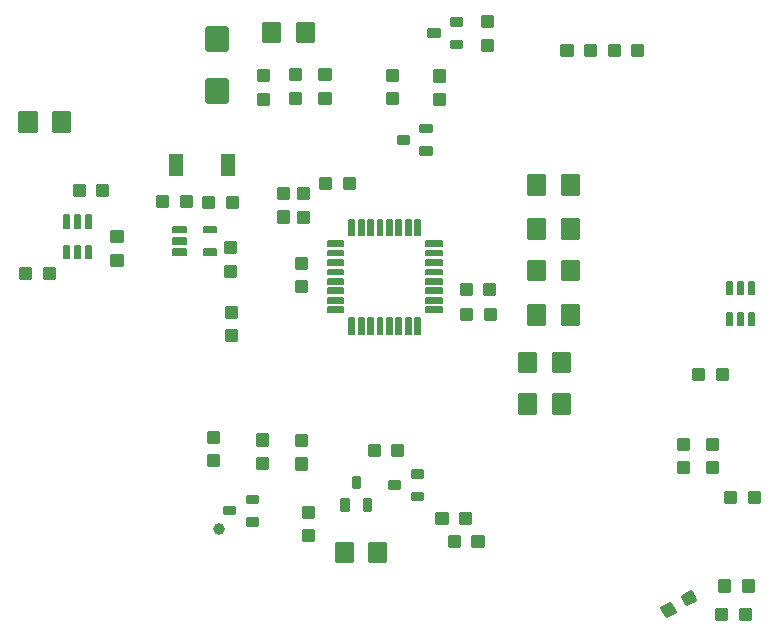
<source format=gbr>
G04 EAGLE Gerber RS-274X export*
G75*
%MOMM*%
%FSLAX34Y34*%
%LPD*%
%INSolderpaste Top*%
%IPPOS*%
%AMOC8*
5,1,8,0,0,1.08239X$1,22.5*%
G01*
%ADD10C,0.330000*%
%ADD11C,0.320000*%
%ADD12C,0.416000*%
%ADD13C,1.000000*%
%ADD14C,0.532500*%
%ADD15C,0.137500*%
%ADD16C,0.150000*%
%ADD17R,1.200000X1.900000*%


D10*
X626844Y222784D02*
X634544Y222784D01*
X634544Y215084D01*
X626844Y215084D01*
X626844Y222784D01*
X626844Y218219D02*
X634544Y218219D01*
X634544Y221354D02*
X626844Y221354D01*
X614544Y222784D02*
X606844Y222784D01*
X614544Y222784D02*
X614544Y215084D01*
X606844Y215084D01*
X606844Y222784D01*
X606844Y218219D02*
X614544Y218219D01*
X614544Y221354D02*
X606844Y221354D01*
X417602Y287086D02*
X409902Y287086D01*
X409902Y294786D01*
X417602Y294786D01*
X417602Y287086D01*
X417602Y290221D02*
X409902Y290221D01*
X409902Y293356D02*
X417602Y293356D01*
X429902Y287086D02*
X437602Y287086D01*
X429902Y287086D02*
X429902Y294786D01*
X437602Y294786D01*
X437602Y287086D01*
X437602Y290221D02*
X429902Y290221D01*
X429902Y293356D02*
X437602Y293356D01*
X279694Y348354D02*
X279694Y356054D01*
X279694Y348354D02*
X271994Y348354D01*
X271994Y356054D01*
X279694Y356054D01*
X279694Y351489D02*
X271994Y351489D01*
X271994Y354624D02*
X279694Y354624D01*
X279694Y368354D02*
X279694Y376054D01*
X279694Y368354D02*
X271994Y368354D01*
X271994Y376054D01*
X279694Y376054D01*
X279694Y371489D02*
X271994Y371489D01*
X271994Y374624D02*
X279694Y374624D01*
X310950Y384342D02*
X318650Y384342D01*
X318650Y376642D01*
X310950Y376642D01*
X310950Y384342D01*
X310950Y379777D02*
X318650Y379777D01*
X318650Y382912D02*
X310950Y382912D01*
X298650Y384342D02*
X290950Y384342D01*
X298650Y384342D02*
X298650Y376642D01*
X290950Y376642D01*
X290950Y384342D01*
X290950Y379777D02*
X298650Y379777D01*
X298650Y382912D02*
X290950Y382912D01*
X254976Y376308D02*
X254976Y368608D01*
X254976Y376308D02*
X262676Y376308D01*
X262676Y368608D01*
X254976Y368608D01*
X254976Y371743D02*
X262676Y371743D01*
X262676Y374878D02*
X254976Y374878D01*
X254976Y356308D02*
X254976Y348608D01*
X254976Y356308D02*
X262676Y356308D01*
X262676Y348608D01*
X254976Y348608D01*
X254976Y351743D02*
X262676Y351743D01*
X262676Y354878D02*
X254976Y354878D01*
X244650Y147490D02*
X244650Y139790D01*
X236950Y139790D01*
X236950Y147490D01*
X244650Y147490D01*
X244650Y142925D02*
X236950Y142925D01*
X236950Y146060D02*
X244650Y146060D01*
X244650Y159790D02*
X244650Y167490D01*
X244650Y159790D02*
X236950Y159790D01*
X236950Y167490D01*
X244650Y167490D01*
X244650Y162925D02*
X236950Y162925D01*
X236950Y166060D02*
X244650Y166060D01*
X278180Y147158D02*
X278180Y139458D01*
X270480Y139458D01*
X270480Y147158D01*
X278180Y147158D01*
X278180Y142593D02*
X270480Y142593D01*
X270480Y145728D02*
X278180Y145728D01*
X278180Y159458D02*
X278180Y167158D01*
X278180Y159458D02*
X270480Y159458D01*
X270480Y167158D01*
X278180Y167158D01*
X278180Y162593D02*
X270480Y162593D01*
X270480Y165728D02*
X278180Y165728D01*
X430350Y273630D02*
X438050Y273630D01*
X438050Y265930D01*
X430350Y265930D01*
X430350Y273630D01*
X430350Y269065D02*
X438050Y269065D01*
X438050Y272200D02*
X430350Y272200D01*
X418050Y273630D02*
X410350Y273630D01*
X418050Y273630D02*
X418050Y265930D01*
X410350Y265930D01*
X410350Y273630D01*
X410350Y269065D02*
X418050Y269065D01*
X418050Y272200D02*
X410350Y272200D01*
X278210Y289570D02*
X278210Y297270D01*
X278210Y289570D02*
X270510Y289570D01*
X270510Y297270D01*
X278210Y297270D01*
X278210Y292705D02*
X270510Y292705D01*
X270510Y295840D02*
X278210Y295840D01*
X278210Y309570D02*
X278210Y317270D01*
X278210Y309570D02*
X270510Y309570D01*
X270510Y317270D01*
X278210Y317270D01*
X278210Y312705D02*
X270510Y312705D01*
X270510Y315840D02*
X278210Y315840D01*
D11*
X77480Y425345D02*
X64680Y425345D01*
X64680Y440175D01*
X77480Y440175D01*
X77480Y425345D01*
X77480Y428385D02*
X64680Y428385D01*
X64680Y431425D02*
X77480Y431425D01*
X77480Y434465D02*
X64680Y434465D01*
X64680Y437505D02*
X77480Y437505D01*
X49040Y425345D02*
X36240Y425345D01*
X36240Y440175D01*
X49040Y440175D01*
X49040Y425345D01*
X49040Y428385D02*
X36240Y428385D01*
X36240Y431425D02*
X49040Y431425D01*
X49040Y434465D02*
X36240Y434465D01*
X36240Y437505D02*
X49040Y437505D01*
X303896Y75659D02*
X316696Y75659D01*
X316696Y60829D01*
X303896Y60829D01*
X303896Y75659D01*
X303896Y63869D02*
X316696Y63869D01*
X316696Y66909D02*
X303896Y66909D01*
X303896Y69949D02*
X316696Y69949D01*
X316696Y72989D02*
X303896Y72989D01*
X332336Y75659D02*
X345136Y75659D01*
X345136Y60829D01*
X332336Y60829D01*
X332336Y75659D01*
X332336Y63869D02*
X345136Y63869D01*
X345136Y66909D02*
X332336Y66909D01*
X332336Y69949D02*
X345136Y69949D01*
X345136Y72989D02*
X332336Y72989D01*
X495440Y334645D02*
X508240Y334645D01*
X495440Y334645D02*
X495440Y349475D01*
X508240Y349475D01*
X508240Y334645D01*
X508240Y337685D02*
X495440Y337685D01*
X495440Y340725D02*
X508240Y340725D01*
X508240Y343765D02*
X495440Y343765D01*
X495440Y346805D02*
X508240Y346805D01*
X479800Y334645D02*
X467000Y334645D01*
X467000Y349475D01*
X479800Y349475D01*
X479800Y334645D01*
X479800Y337685D02*
X467000Y337685D01*
X467000Y340725D02*
X479800Y340725D01*
X479800Y343765D02*
X467000Y343765D01*
X467000Y346805D02*
X479800Y346805D01*
D10*
X646150Y19850D02*
X653850Y19850D01*
X653850Y12150D01*
X646150Y12150D01*
X646150Y19850D01*
X646150Y15285D02*
X653850Y15285D01*
X653850Y18420D02*
X646150Y18420D01*
X633850Y19850D02*
X626150Y19850D01*
X633850Y19850D02*
X633850Y12150D01*
X626150Y12150D01*
X626150Y19850D01*
X626150Y15285D02*
X633850Y15285D01*
X633850Y18420D02*
X626150Y18420D01*
X626070Y136150D02*
X626070Y143850D01*
X626070Y136150D02*
X618370Y136150D01*
X618370Y143850D01*
X626070Y143850D01*
X626070Y139285D02*
X618370Y139285D01*
X618370Y142420D02*
X626070Y142420D01*
X626070Y156150D02*
X626070Y163850D01*
X626070Y156150D02*
X618370Y156150D01*
X618370Y163850D01*
X626070Y163850D01*
X626070Y159285D02*
X618370Y159285D01*
X618370Y162420D02*
X626070Y162420D01*
X628530Y36150D02*
X636230Y36150D01*
X628530Y36150D02*
X628530Y43850D01*
X636230Y43850D01*
X636230Y36150D01*
X636230Y39285D02*
X628530Y39285D01*
X628530Y42420D02*
X636230Y42420D01*
X648530Y36150D02*
X656230Y36150D01*
X648530Y36150D02*
X648530Y43850D01*
X656230Y43850D01*
X656230Y36150D01*
X656230Y39285D02*
X648530Y39285D01*
X648530Y42420D02*
X656230Y42420D01*
X641310Y111070D02*
X633610Y111070D01*
X633610Y118770D01*
X641310Y118770D01*
X641310Y111070D01*
X641310Y114205D02*
X633610Y114205D01*
X633610Y117340D02*
X641310Y117340D01*
X653610Y111070D02*
X661310Y111070D01*
X653610Y111070D02*
X653610Y118770D01*
X661310Y118770D01*
X661310Y111070D01*
X661310Y114205D02*
X653610Y114205D01*
X653610Y117340D02*
X661310Y117340D01*
X359500Y158842D02*
X351800Y158842D01*
X359500Y158842D02*
X359500Y151142D01*
X351800Y151142D01*
X351800Y158842D01*
X351800Y154277D02*
X359500Y154277D01*
X359500Y157412D02*
X351800Y157412D01*
X339500Y158842D02*
X331800Y158842D01*
X339500Y158842D02*
X339500Y151142D01*
X331800Y151142D01*
X331800Y158842D01*
X331800Y154277D02*
X339500Y154277D01*
X339500Y157412D02*
X331800Y157412D01*
X389324Y93668D02*
X397024Y93668D01*
X389324Y93668D02*
X389324Y101368D01*
X397024Y101368D01*
X397024Y93668D01*
X397024Y96803D02*
X389324Y96803D01*
X389324Y99938D02*
X397024Y99938D01*
X409324Y93668D02*
X417024Y93668D01*
X409324Y93668D02*
X409324Y101368D01*
X417024Y101368D01*
X417024Y93668D01*
X417024Y96803D02*
X409324Y96803D01*
X409324Y99938D02*
X417024Y99938D01*
X419754Y81234D02*
X427454Y81234D01*
X427454Y73534D01*
X419754Y73534D01*
X419754Y81234D01*
X419754Y76669D02*
X427454Y76669D01*
X427454Y79804D02*
X419754Y79804D01*
X407454Y81234D02*
X399754Y81234D01*
X407454Y81234D02*
X407454Y73534D01*
X399754Y73534D01*
X399754Y81234D01*
X399754Y76669D02*
X407454Y76669D01*
X407454Y79804D02*
X399754Y79804D01*
X211034Y268024D02*
X211034Y275724D01*
X218734Y275724D01*
X218734Y268024D01*
X211034Y268024D01*
X211034Y271159D02*
X218734Y271159D01*
X218734Y274294D02*
X211034Y274294D01*
X211034Y255724D02*
X211034Y248024D01*
X211034Y255724D02*
X218734Y255724D01*
X218734Y248024D01*
X211034Y248024D01*
X211034Y251159D02*
X218734Y251159D01*
X218734Y254294D02*
X211034Y254294D01*
X195794Y169806D02*
X195794Y162106D01*
X195794Y169806D02*
X203494Y169806D01*
X203494Y162106D01*
X195794Y162106D01*
X195794Y165241D02*
X203494Y165241D01*
X203494Y168376D02*
X195794Y168376D01*
X195794Y149806D02*
X195794Y142106D01*
X195794Y149806D02*
X203494Y149806D01*
X203494Y142106D01*
X195794Y142106D01*
X195794Y145241D02*
X203494Y145241D01*
X203494Y148376D02*
X195794Y148376D01*
D11*
X495440Y261945D02*
X508240Y261945D01*
X495440Y261945D02*
X495440Y276775D01*
X508240Y276775D01*
X508240Y261945D01*
X508240Y264985D02*
X495440Y264985D01*
X495440Y268025D02*
X508240Y268025D01*
X508240Y271065D02*
X495440Y271065D01*
X495440Y274105D02*
X508240Y274105D01*
X479800Y261945D02*
X467000Y261945D01*
X467000Y276775D01*
X479800Y276775D01*
X479800Y261945D01*
X479800Y264985D02*
X467000Y264985D01*
X467000Y268025D02*
X479800Y268025D01*
X479800Y271065D02*
X467000Y271065D01*
X467000Y274105D02*
X479800Y274105D01*
D10*
X347178Y468684D02*
X347178Y476384D01*
X354878Y476384D01*
X354878Y468684D01*
X347178Y468684D01*
X347178Y471819D02*
X354878Y471819D01*
X354878Y474954D02*
X347178Y474954D01*
X347178Y456384D02*
X347178Y448684D01*
X347178Y456384D02*
X354878Y456384D01*
X354878Y448684D01*
X347178Y448684D01*
X347178Y451819D02*
X354878Y451819D01*
X354878Y454954D02*
X347178Y454954D01*
X284064Y86462D02*
X284064Y78762D01*
X276364Y78762D01*
X276364Y86462D01*
X284064Y86462D01*
X284064Y81897D02*
X276364Y81897D01*
X276364Y85032D02*
X284064Y85032D01*
X284064Y98762D02*
X284064Y106462D01*
X284064Y98762D02*
X276364Y98762D01*
X276364Y106462D01*
X284064Y106462D01*
X284064Y101897D02*
X276364Y101897D01*
X276364Y105032D02*
X284064Y105032D01*
X272836Y448938D02*
X272836Y456638D01*
X272836Y448938D02*
X265136Y448938D01*
X265136Y456638D01*
X272836Y456638D01*
X272836Y452073D02*
X265136Y452073D01*
X265136Y455208D02*
X272836Y455208D01*
X272836Y468938D02*
X272836Y476638D01*
X272836Y468938D02*
X265136Y468938D01*
X265136Y476638D01*
X272836Y476638D01*
X272836Y472073D02*
X265136Y472073D01*
X265136Y475208D02*
X272836Y475208D01*
X297982Y456638D02*
X297982Y448938D01*
X290282Y448938D01*
X290282Y456638D01*
X297982Y456638D01*
X297982Y452073D02*
X290282Y452073D01*
X290282Y455208D02*
X297982Y455208D01*
X297982Y468938D02*
X297982Y476638D01*
X297982Y468938D02*
X290282Y468938D01*
X290282Y476638D01*
X297982Y476638D01*
X297982Y472073D02*
X290282Y472073D01*
X290282Y475208D02*
X297982Y475208D01*
X515170Y496950D02*
X522870Y496950D01*
X522870Y489250D01*
X515170Y489250D01*
X515170Y496950D01*
X515170Y492385D02*
X522870Y492385D01*
X522870Y495520D02*
X515170Y495520D01*
X502870Y496950D02*
X495170Y496950D01*
X502870Y496950D02*
X502870Y489250D01*
X495170Y489250D01*
X495170Y496950D01*
X495170Y492385D02*
X502870Y492385D01*
X502870Y495520D02*
X495170Y495520D01*
X555170Y496950D02*
X562870Y496950D01*
X562870Y489250D01*
X555170Y489250D01*
X555170Y496950D01*
X555170Y492385D02*
X562870Y492385D01*
X562870Y495520D02*
X555170Y495520D01*
X542870Y496950D02*
X535170Y496950D01*
X542870Y496950D02*
X542870Y489250D01*
X535170Y489250D01*
X535170Y496950D01*
X535170Y492385D02*
X542870Y492385D01*
X542870Y495520D02*
X535170Y495520D01*
D11*
X500620Y186705D02*
X487820Y186705D01*
X487820Y201535D01*
X500620Y201535D01*
X500620Y186705D01*
X500620Y189745D02*
X487820Y189745D01*
X487820Y192785D02*
X500620Y192785D01*
X500620Y195825D02*
X487820Y195825D01*
X487820Y198865D02*
X500620Y198865D01*
X472180Y186705D02*
X459380Y186705D01*
X459380Y201535D01*
X472180Y201535D01*
X472180Y186705D01*
X472180Y189745D02*
X459380Y189745D01*
X459380Y192785D02*
X472180Y192785D01*
X472180Y195825D02*
X459380Y195825D01*
X459380Y198865D02*
X472180Y198865D01*
X495440Y372265D02*
X508240Y372265D01*
X495440Y372265D02*
X495440Y387095D01*
X508240Y387095D01*
X508240Y372265D01*
X508240Y375305D02*
X495440Y375305D01*
X495440Y378345D02*
X508240Y378345D01*
X508240Y381385D02*
X495440Y381385D01*
X495440Y384425D02*
X508240Y384425D01*
X479800Y372265D02*
X467000Y372265D01*
X467000Y387095D01*
X479800Y387095D01*
X479800Y372265D01*
X479800Y375305D02*
X467000Y375305D01*
X467000Y378345D02*
X479800Y378345D01*
X479800Y381385D02*
X467000Y381385D01*
X467000Y384425D02*
X479800Y384425D01*
X495440Y299565D02*
X508240Y299565D01*
X495440Y299565D02*
X495440Y314395D01*
X508240Y314395D01*
X508240Y299565D01*
X508240Y302605D02*
X495440Y302605D01*
X495440Y305645D02*
X508240Y305645D01*
X508240Y308685D02*
X495440Y308685D01*
X495440Y311725D02*
X508240Y311725D01*
X479800Y299565D02*
X467000Y299565D01*
X467000Y314395D01*
X479800Y314395D01*
X479800Y299565D01*
X479800Y302605D02*
X467000Y302605D01*
X467000Y305645D02*
X479800Y305645D01*
X479800Y308685D02*
X467000Y308685D01*
X467000Y311725D02*
X479800Y311725D01*
X487820Y221785D02*
X500620Y221785D01*
X487820Y221785D02*
X487820Y236615D01*
X500620Y236615D01*
X500620Y221785D01*
X500620Y224825D02*
X487820Y224825D01*
X487820Y227865D02*
X500620Y227865D01*
X500620Y230905D02*
X487820Y230905D01*
X487820Y233945D02*
X500620Y233945D01*
X472180Y221785D02*
X459380Y221785D01*
X459380Y236615D01*
X472180Y236615D01*
X472180Y221785D01*
X472180Y224825D02*
X459380Y224825D01*
X459380Y227865D02*
X472180Y227865D01*
X472180Y230905D02*
X459380Y230905D01*
X459380Y233945D02*
X472180Y233945D01*
D12*
X375454Y114408D02*
X368314Y114408D01*
X368314Y118248D01*
X375454Y118248D01*
X375454Y114408D01*
X375454Y133408D02*
X368314Y133408D01*
X368314Y137248D01*
X375454Y137248D01*
X375454Y133408D01*
X356254Y127748D02*
X349114Y127748D01*
X356254Y127748D02*
X356254Y123908D01*
X349114Y123908D01*
X349114Y127748D01*
D13*
X204584Y87910D03*
D14*
X210588Y450582D02*
X210588Y467458D01*
X210588Y450582D02*
X194612Y450582D01*
X194612Y467458D01*
X210588Y467458D01*
X210588Y455641D02*
X194612Y455641D01*
X194612Y460700D02*
X210588Y460700D01*
X210588Y465759D02*
X194612Y465759D01*
X210588Y494382D02*
X210588Y511258D01*
X210588Y494382D02*
X194612Y494382D01*
X194612Y511258D01*
X210588Y511258D01*
X210588Y499441D02*
X194612Y499441D01*
X194612Y504500D02*
X210588Y504500D01*
X210588Y509559D02*
X194612Y509559D01*
D15*
X314599Y253537D02*
X318725Y253537D01*
X314599Y253537D02*
X314599Y266863D01*
X318725Y266863D01*
X318725Y253537D01*
X318725Y254843D02*
X314599Y254843D01*
X314599Y256149D02*
X318725Y256149D01*
X318725Y257455D02*
X314599Y257455D01*
X314599Y258761D02*
X318725Y258761D01*
X318725Y260067D02*
X314599Y260067D01*
X314599Y261373D02*
X318725Y261373D01*
X318725Y262679D02*
X314599Y262679D01*
X314599Y263985D02*
X318725Y263985D01*
X318725Y265291D02*
X314599Y265291D01*
X314599Y266597D02*
X318725Y266597D01*
X322599Y253537D02*
X326725Y253537D01*
X322599Y253537D02*
X322599Y266863D01*
X326725Y266863D01*
X326725Y253537D01*
X326725Y254843D02*
X322599Y254843D01*
X322599Y256149D02*
X326725Y256149D01*
X326725Y257455D02*
X322599Y257455D01*
X322599Y258761D02*
X326725Y258761D01*
X326725Y260067D02*
X322599Y260067D01*
X322599Y261373D02*
X326725Y261373D01*
X326725Y262679D02*
X322599Y262679D01*
X322599Y263985D02*
X326725Y263985D01*
X326725Y265291D02*
X322599Y265291D01*
X322599Y266597D02*
X326725Y266597D01*
X330599Y253537D02*
X334725Y253537D01*
X330599Y253537D02*
X330599Y266863D01*
X334725Y266863D01*
X334725Y253537D01*
X334725Y254843D02*
X330599Y254843D01*
X330599Y256149D02*
X334725Y256149D01*
X334725Y257455D02*
X330599Y257455D01*
X330599Y258761D02*
X334725Y258761D01*
X334725Y260067D02*
X330599Y260067D01*
X330599Y261373D02*
X334725Y261373D01*
X334725Y262679D02*
X330599Y262679D01*
X330599Y263985D02*
X334725Y263985D01*
X334725Y265291D02*
X330599Y265291D01*
X330599Y266597D02*
X334725Y266597D01*
X338599Y253537D02*
X342725Y253537D01*
X338599Y253537D02*
X338599Y266863D01*
X342725Y266863D01*
X342725Y253537D01*
X342725Y254843D02*
X338599Y254843D01*
X338599Y256149D02*
X342725Y256149D01*
X342725Y257455D02*
X338599Y257455D01*
X338599Y258761D02*
X342725Y258761D01*
X342725Y260067D02*
X338599Y260067D01*
X338599Y261373D02*
X342725Y261373D01*
X342725Y262679D02*
X338599Y262679D01*
X338599Y263985D02*
X342725Y263985D01*
X342725Y265291D02*
X338599Y265291D01*
X338599Y266597D02*
X342725Y266597D01*
X346599Y253537D02*
X350725Y253537D01*
X346599Y253537D02*
X346599Y266863D01*
X350725Y266863D01*
X350725Y253537D01*
X350725Y254843D02*
X346599Y254843D01*
X346599Y256149D02*
X350725Y256149D01*
X350725Y257455D02*
X346599Y257455D01*
X346599Y258761D02*
X350725Y258761D01*
X350725Y260067D02*
X346599Y260067D01*
X346599Y261373D02*
X350725Y261373D01*
X350725Y262679D02*
X346599Y262679D01*
X346599Y263985D02*
X350725Y263985D01*
X350725Y265291D02*
X346599Y265291D01*
X346599Y266597D02*
X350725Y266597D01*
X354599Y253537D02*
X358725Y253537D01*
X354599Y253537D02*
X354599Y266863D01*
X358725Y266863D01*
X358725Y253537D01*
X358725Y254843D02*
X354599Y254843D01*
X354599Y256149D02*
X358725Y256149D01*
X358725Y257455D02*
X354599Y257455D01*
X354599Y258761D02*
X358725Y258761D01*
X358725Y260067D02*
X354599Y260067D01*
X354599Y261373D02*
X358725Y261373D01*
X358725Y262679D02*
X354599Y262679D01*
X354599Y263985D02*
X358725Y263985D01*
X358725Y265291D02*
X354599Y265291D01*
X354599Y266597D02*
X358725Y266597D01*
X362599Y253537D02*
X366725Y253537D01*
X362599Y253537D02*
X362599Y266863D01*
X366725Y266863D01*
X366725Y253537D01*
X366725Y254843D02*
X362599Y254843D01*
X362599Y256149D02*
X366725Y256149D01*
X366725Y257455D02*
X362599Y257455D01*
X362599Y258761D02*
X366725Y258761D01*
X366725Y260067D02*
X362599Y260067D01*
X362599Y261373D02*
X366725Y261373D01*
X366725Y262679D02*
X362599Y262679D01*
X362599Y263985D02*
X366725Y263985D01*
X366725Y265291D02*
X362599Y265291D01*
X362599Y266597D02*
X366725Y266597D01*
X370599Y253537D02*
X374725Y253537D01*
X370599Y253537D02*
X370599Y266863D01*
X374725Y266863D01*
X374725Y253537D01*
X374725Y254843D02*
X370599Y254843D01*
X370599Y256149D02*
X374725Y256149D01*
X374725Y257455D02*
X370599Y257455D01*
X370599Y258761D02*
X374725Y258761D01*
X374725Y260067D02*
X370599Y260067D01*
X370599Y261373D02*
X374725Y261373D01*
X374725Y262679D02*
X370599Y262679D01*
X370599Y263985D02*
X374725Y263985D01*
X374725Y265291D02*
X370599Y265291D01*
X370599Y266597D02*
X374725Y266597D01*
X374725Y336937D02*
X370599Y336937D01*
X370599Y350263D01*
X374725Y350263D01*
X374725Y336937D01*
X374725Y338243D02*
X370599Y338243D01*
X370599Y339549D02*
X374725Y339549D01*
X374725Y340855D02*
X370599Y340855D01*
X370599Y342161D02*
X374725Y342161D01*
X374725Y343467D02*
X370599Y343467D01*
X370599Y344773D02*
X374725Y344773D01*
X374725Y346079D02*
X370599Y346079D01*
X370599Y347385D02*
X374725Y347385D01*
X374725Y348691D02*
X370599Y348691D01*
X370599Y349997D02*
X374725Y349997D01*
X366725Y336937D02*
X362599Y336937D01*
X362599Y350263D01*
X366725Y350263D01*
X366725Y336937D01*
X366725Y338243D02*
X362599Y338243D01*
X362599Y339549D02*
X366725Y339549D01*
X366725Y340855D02*
X362599Y340855D01*
X362599Y342161D02*
X366725Y342161D01*
X366725Y343467D02*
X362599Y343467D01*
X362599Y344773D02*
X366725Y344773D01*
X366725Y346079D02*
X362599Y346079D01*
X362599Y347385D02*
X366725Y347385D01*
X366725Y348691D02*
X362599Y348691D01*
X362599Y349997D02*
X366725Y349997D01*
X358725Y336937D02*
X354599Y336937D01*
X354599Y350263D01*
X358725Y350263D01*
X358725Y336937D01*
X358725Y338243D02*
X354599Y338243D01*
X354599Y339549D02*
X358725Y339549D01*
X358725Y340855D02*
X354599Y340855D01*
X354599Y342161D02*
X358725Y342161D01*
X358725Y343467D02*
X354599Y343467D01*
X354599Y344773D02*
X358725Y344773D01*
X358725Y346079D02*
X354599Y346079D01*
X354599Y347385D02*
X358725Y347385D01*
X358725Y348691D02*
X354599Y348691D01*
X354599Y349997D02*
X358725Y349997D01*
X350725Y336937D02*
X346599Y336937D01*
X346599Y350263D01*
X350725Y350263D01*
X350725Y336937D01*
X350725Y338243D02*
X346599Y338243D01*
X346599Y339549D02*
X350725Y339549D01*
X350725Y340855D02*
X346599Y340855D01*
X346599Y342161D02*
X350725Y342161D01*
X350725Y343467D02*
X346599Y343467D01*
X346599Y344773D02*
X350725Y344773D01*
X350725Y346079D02*
X346599Y346079D01*
X346599Y347385D02*
X350725Y347385D01*
X350725Y348691D02*
X346599Y348691D01*
X346599Y349997D02*
X350725Y349997D01*
X342725Y336937D02*
X338599Y336937D01*
X338599Y350263D01*
X342725Y350263D01*
X342725Y336937D01*
X342725Y338243D02*
X338599Y338243D01*
X338599Y339549D02*
X342725Y339549D01*
X342725Y340855D02*
X338599Y340855D01*
X338599Y342161D02*
X342725Y342161D01*
X342725Y343467D02*
X338599Y343467D01*
X338599Y344773D02*
X342725Y344773D01*
X342725Y346079D02*
X338599Y346079D01*
X338599Y347385D02*
X342725Y347385D01*
X342725Y348691D02*
X338599Y348691D01*
X338599Y349997D02*
X342725Y349997D01*
X334725Y336937D02*
X330599Y336937D01*
X330599Y350263D01*
X334725Y350263D01*
X334725Y336937D01*
X334725Y338243D02*
X330599Y338243D01*
X330599Y339549D02*
X334725Y339549D01*
X334725Y340855D02*
X330599Y340855D01*
X330599Y342161D02*
X334725Y342161D01*
X334725Y343467D02*
X330599Y343467D01*
X330599Y344773D02*
X334725Y344773D01*
X334725Y346079D02*
X330599Y346079D01*
X330599Y347385D02*
X334725Y347385D01*
X334725Y348691D02*
X330599Y348691D01*
X330599Y349997D02*
X334725Y349997D01*
X326725Y336937D02*
X322599Y336937D01*
X322599Y350263D01*
X326725Y350263D01*
X326725Y336937D01*
X326725Y338243D02*
X322599Y338243D01*
X322599Y339549D02*
X326725Y339549D01*
X326725Y340855D02*
X322599Y340855D01*
X322599Y342161D02*
X326725Y342161D01*
X326725Y343467D02*
X322599Y343467D01*
X322599Y344773D02*
X326725Y344773D01*
X326725Y346079D02*
X322599Y346079D01*
X322599Y347385D02*
X326725Y347385D01*
X326725Y348691D02*
X322599Y348691D01*
X322599Y349997D02*
X326725Y349997D01*
X318725Y336937D02*
X314599Y336937D01*
X314599Y350263D01*
X318725Y350263D01*
X318725Y336937D01*
X318725Y338243D02*
X314599Y338243D01*
X314599Y339549D02*
X318725Y339549D01*
X318725Y340855D02*
X314599Y340855D01*
X314599Y342161D02*
X318725Y342161D01*
X318725Y343467D02*
X314599Y343467D01*
X314599Y344773D02*
X318725Y344773D01*
X318725Y346079D02*
X314599Y346079D01*
X314599Y347385D02*
X318725Y347385D01*
X318725Y348691D02*
X314599Y348691D01*
X314599Y349997D02*
X318725Y349997D01*
X309625Y327837D02*
X296299Y327837D01*
X296299Y331963D01*
X309625Y331963D01*
X309625Y327837D01*
X309625Y329143D02*
X296299Y329143D01*
X296299Y330449D02*
X309625Y330449D01*
X309625Y331755D02*
X296299Y331755D01*
X296299Y319837D02*
X309625Y319837D01*
X296299Y319837D02*
X296299Y323963D01*
X309625Y323963D01*
X309625Y319837D01*
X309625Y321143D02*
X296299Y321143D01*
X296299Y322449D02*
X309625Y322449D01*
X309625Y323755D02*
X296299Y323755D01*
X296299Y311837D02*
X309625Y311837D01*
X296299Y311837D02*
X296299Y315963D01*
X309625Y315963D01*
X309625Y311837D01*
X309625Y313143D02*
X296299Y313143D01*
X296299Y314449D02*
X309625Y314449D01*
X309625Y315755D02*
X296299Y315755D01*
X296299Y303837D02*
X309625Y303837D01*
X296299Y303837D02*
X296299Y307963D01*
X309625Y307963D01*
X309625Y303837D01*
X309625Y305143D02*
X296299Y305143D01*
X296299Y306449D02*
X309625Y306449D01*
X309625Y307755D02*
X296299Y307755D01*
X296299Y295837D02*
X309625Y295837D01*
X296299Y295837D02*
X296299Y299963D01*
X309625Y299963D01*
X309625Y295837D01*
X309625Y297143D02*
X296299Y297143D01*
X296299Y298449D02*
X309625Y298449D01*
X309625Y299755D02*
X296299Y299755D01*
X296299Y287837D02*
X309625Y287837D01*
X296299Y287837D02*
X296299Y291963D01*
X309625Y291963D01*
X309625Y287837D01*
X309625Y289143D02*
X296299Y289143D01*
X296299Y290449D02*
X309625Y290449D01*
X309625Y291755D02*
X296299Y291755D01*
X296299Y279837D02*
X309625Y279837D01*
X296299Y279837D02*
X296299Y283963D01*
X309625Y283963D01*
X309625Y279837D01*
X309625Y281143D02*
X296299Y281143D01*
X296299Y282449D02*
X309625Y282449D01*
X309625Y283755D02*
X296299Y283755D01*
X296299Y271837D02*
X309625Y271837D01*
X296299Y271837D02*
X296299Y275963D01*
X309625Y275963D01*
X309625Y271837D01*
X309625Y273143D02*
X296299Y273143D01*
X296299Y274449D02*
X309625Y274449D01*
X309625Y275755D02*
X296299Y275755D01*
X379699Y271837D02*
X393025Y271837D01*
X379699Y271837D02*
X379699Y275963D01*
X393025Y275963D01*
X393025Y271837D01*
X393025Y273143D02*
X379699Y273143D01*
X379699Y274449D02*
X393025Y274449D01*
X393025Y275755D02*
X379699Y275755D01*
X379699Y279837D02*
X393025Y279837D01*
X379699Y279837D02*
X379699Y283963D01*
X393025Y283963D01*
X393025Y279837D01*
X393025Y281143D02*
X379699Y281143D01*
X379699Y282449D02*
X393025Y282449D01*
X393025Y283755D02*
X379699Y283755D01*
X379699Y287837D02*
X393025Y287837D01*
X379699Y287837D02*
X379699Y291963D01*
X393025Y291963D01*
X393025Y287837D01*
X393025Y289143D02*
X379699Y289143D01*
X379699Y290449D02*
X393025Y290449D01*
X393025Y291755D02*
X379699Y291755D01*
X379699Y295837D02*
X393025Y295837D01*
X379699Y295837D02*
X379699Y299963D01*
X393025Y299963D01*
X393025Y295837D01*
X393025Y297143D02*
X379699Y297143D01*
X379699Y298449D02*
X393025Y298449D01*
X393025Y299755D02*
X379699Y299755D01*
X379699Y303837D02*
X393025Y303837D01*
X379699Y303837D02*
X379699Y307963D01*
X393025Y307963D01*
X393025Y303837D01*
X393025Y305143D02*
X379699Y305143D01*
X379699Y306449D02*
X393025Y306449D01*
X393025Y307755D02*
X379699Y307755D01*
X379699Y311837D02*
X393025Y311837D01*
X379699Y311837D02*
X379699Y315963D01*
X393025Y315963D01*
X393025Y311837D01*
X393025Y313143D02*
X379699Y313143D01*
X379699Y314449D02*
X393025Y314449D01*
X393025Y315755D02*
X379699Y315755D01*
X379699Y319837D02*
X393025Y319837D01*
X379699Y319837D02*
X379699Y323963D01*
X393025Y323963D01*
X393025Y319837D01*
X393025Y321143D02*
X379699Y321143D01*
X379699Y322449D02*
X393025Y322449D01*
X393025Y323755D02*
X379699Y323755D01*
X379699Y327837D02*
X393025Y327837D01*
X379699Y327837D02*
X379699Y331963D01*
X393025Y331963D01*
X393025Y327837D01*
X393025Y329143D02*
X379699Y329143D01*
X379699Y330449D02*
X393025Y330449D01*
X393025Y331755D02*
X379699Y331755D01*
D10*
X593450Y163850D02*
X593450Y156150D01*
X593450Y163850D02*
X601150Y163850D01*
X601150Y156150D01*
X593450Y156150D01*
X593450Y159285D02*
X601150Y159285D01*
X601150Y162420D02*
X593450Y162420D01*
X593450Y143850D02*
X593450Y136150D01*
X593450Y143850D02*
X601150Y143850D01*
X601150Y136150D01*
X593450Y136150D01*
X593450Y139285D02*
X601150Y139285D01*
X601150Y142420D02*
X593450Y142420D01*
X590319Y18231D02*
X583651Y14381D01*
X579801Y21049D01*
X586469Y24899D01*
X590319Y18231D01*
X589081Y17516D02*
X581841Y17516D01*
X580031Y20651D02*
X588922Y20651D01*
X587112Y23786D02*
X584541Y23786D01*
X600971Y24381D02*
X607639Y28231D01*
X600971Y24381D02*
X597121Y31049D01*
X603789Y34899D01*
X607639Y28231D01*
X606401Y27516D02*
X599161Y27516D01*
X597351Y30651D02*
X606242Y30651D01*
X604432Y33786D02*
X601861Y33786D01*
D12*
X382810Y406720D02*
X375670Y406720D01*
X375670Y410560D01*
X382810Y410560D01*
X382810Y406720D01*
X382810Y425720D02*
X375670Y425720D01*
X375670Y429560D01*
X382810Y429560D01*
X382810Y425720D01*
X363610Y420060D02*
X356470Y420060D01*
X363610Y420060D02*
X363610Y416220D01*
X356470Y416220D01*
X356470Y420060D01*
D10*
X387564Y467922D02*
X387564Y475622D01*
X395264Y475622D01*
X395264Y467922D01*
X387564Y467922D01*
X387564Y471057D02*
X395264Y471057D01*
X395264Y474192D02*
X387564Y474192D01*
X387564Y455622D02*
X387564Y447922D01*
X387564Y455622D02*
X395264Y455622D01*
X395264Y447922D01*
X387564Y447922D01*
X387564Y451057D02*
X395264Y451057D01*
X395264Y454192D02*
X387564Y454192D01*
X245658Y456130D02*
X245658Y448430D01*
X237958Y448430D01*
X237958Y456130D01*
X245658Y456130D01*
X245658Y451565D02*
X237958Y451565D01*
X237958Y454700D02*
X245658Y454700D01*
X245658Y468430D02*
X245658Y476130D01*
X245658Y468430D02*
X237958Y468430D01*
X237958Y476130D01*
X245658Y476130D01*
X245658Y471565D02*
X237958Y471565D01*
X237958Y474700D02*
X245658Y474700D01*
D16*
X653200Y297370D02*
X653200Y286870D01*
X653200Y297370D02*
X657700Y297370D01*
X657700Y286870D01*
X653200Y286870D01*
X653200Y288295D02*
X657700Y288295D01*
X657700Y289720D02*
X653200Y289720D01*
X653200Y291145D02*
X657700Y291145D01*
X657700Y292570D02*
X653200Y292570D01*
X653200Y293995D02*
X657700Y293995D01*
X657700Y295420D02*
X653200Y295420D01*
X653200Y296845D02*
X657700Y296845D01*
X643700Y297370D02*
X643700Y286870D01*
X643700Y297370D02*
X648200Y297370D01*
X648200Y286870D01*
X643700Y286870D01*
X643700Y288295D02*
X648200Y288295D01*
X648200Y289720D02*
X643700Y289720D01*
X643700Y291145D02*
X648200Y291145D01*
X648200Y292570D02*
X643700Y292570D01*
X643700Y293995D02*
X648200Y293995D01*
X648200Y295420D02*
X643700Y295420D01*
X643700Y296845D02*
X648200Y296845D01*
X634200Y297370D02*
X634200Y286870D01*
X634200Y297370D02*
X638700Y297370D01*
X638700Y286870D01*
X634200Y286870D01*
X634200Y288295D02*
X638700Y288295D01*
X638700Y289720D02*
X634200Y289720D01*
X634200Y291145D02*
X638700Y291145D01*
X638700Y292570D02*
X634200Y292570D01*
X634200Y293995D02*
X638700Y293995D01*
X638700Y295420D02*
X634200Y295420D01*
X634200Y296845D02*
X638700Y296845D01*
X634200Y271370D02*
X634200Y260870D01*
X634200Y271370D02*
X638700Y271370D01*
X638700Y260870D01*
X634200Y260870D01*
X634200Y262295D02*
X638700Y262295D01*
X638700Y263720D02*
X634200Y263720D01*
X634200Y265145D02*
X638700Y265145D01*
X638700Y266570D02*
X634200Y266570D01*
X634200Y267995D02*
X638700Y267995D01*
X638700Y269420D02*
X634200Y269420D01*
X634200Y270845D02*
X638700Y270845D01*
X643700Y271370D02*
X643700Y260870D01*
X643700Y271370D02*
X648200Y271370D01*
X648200Y260870D01*
X643700Y260870D01*
X643700Y262295D02*
X648200Y262295D01*
X648200Y263720D02*
X643700Y263720D01*
X643700Y265145D02*
X648200Y265145D01*
X648200Y266570D02*
X643700Y266570D01*
X643700Y267995D02*
X648200Y267995D01*
X648200Y269420D02*
X643700Y269420D01*
X643700Y270845D02*
X648200Y270845D01*
X653200Y271370D02*
X653200Y260870D01*
X653200Y271370D02*
X657700Y271370D01*
X657700Y260870D01*
X653200Y260870D01*
X653200Y262295D02*
X657700Y262295D01*
X657700Y263720D02*
X653200Y263720D01*
X653200Y265145D02*
X657700Y265145D01*
X657700Y266570D02*
X653200Y266570D01*
X653200Y267995D02*
X657700Y267995D01*
X657700Y269420D02*
X653200Y269420D01*
X653200Y270845D02*
X657700Y270845D01*
D10*
X109870Y378930D02*
X102170Y378930D01*
X109870Y378930D02*
X109870Y371230D01*
X102170Y371230D01*
X102170Y378930D01*
X102170Y374365D02*
X109870Y374365D01*
X109870Y377500D02*
X102170Y377500D01*
X89870Y378930D02*
X82170Y378930D01*
X89870Y378930D02*
X89870Y371230D01*
X82170Y371230D01*
X82170Y378930D01*
X82170Y374365D02*
X89870Y374365D01*
X89870Y377500D02*
X82170Y377500D01*
X121830Y319650D02*
X121830Y311950D01*
X114130Y311950D01*
X114130Y319650D01*
X121830Y319650D01*
X121830Y315085D02*
X114130Y315085D01*
X114130Y318220D02*
X121830Y318220D01*
X121830Y331950D02*
X121830Y339650D01*
X121830Y331950D02*
X114130Y331950D01*
X114130Y339650D01*
X121830Y339650D01*
X121830Y335085D02*
X114130Y335085D01*
X114130Y338220D02*
X121830Y338220D01*
D16*
X91850Y343490D02*
X91850Y353990D01*
X96350Y353990D01*
X96350Y343490D01*
X91850Y343490D01*
X91850Y344915D02*
X96350Y344915D01*
X96350Y346340D02*
X91850Y346340D01*
X91850Y347765D02*
X96350Y347765D01*
X96350Y349190D02*
X91850Y349190D01*
X91850Y350615D02*
X96350Y350615D01*
X96350Y352040D02*
X91850Y352040D01*
X91850Y353465D02*
X96350Y353465D01*
X82350Y353990D02*
X82350Y343490D01*
X82350Y353990D02*
X86850Y353990D01*
X86850Y343490D01*
X82350Y343490D01*
X82350Y344915D02*
X86850Y344915D01*
X86850Y346340D02*
X82350Y346340D01*
X82350Y347765D02*
X86850Y347765D01*
X86850Y349190D02*
X82350Y349190D01*
X82350Y350615D02*
X86850Y350615D01*
X86850Y352040D02*
X82350Y352040D01*
X82350Y353465D02*
X86850Y353465D01*
X72850Y353990D02*
X72850Y343490D01*
X72850Y353990D02*
X77350Y353990D01*
X77350Y343490D01*
X72850Y343490D01*
X72850Y344915D02*
X77350Y344915D01*
X77350Y346340D02*
X72850Y346340D01*
X72850Y347765D02*
X77350Y347765D01*
X77350Y349190D02*
X72850Y349190D01*
X72850Y350615D02*
X77350Y350615D01*
X77350Y352040D02*
X72850Y352040D01*
X72850Y353465D02*
X77350Y353465D01*
X72850Y327990D02*
X72850Y317490D01*
X72850Y327990D02*
X77350Y327990D01*
X77350Y317490D01*
X72850Y317490D01*
X72850Y318915D02*
X77350Y318915D01*
X77350Y320340D02*
X72850Y320340D01*
X72850Y321765D02*
X77350Y321765D01*
X77350Y323190D02*
X72850Y323190D01*
X72850Y324615D02*
X77350Y324615D01*
X77350Y326040D02*
X72850Y326040D01*
X72850Y327465D02*
X77350Y327465D01*
X82350Y327990D02*
X82350Y317490D01*
X82350Y327990D02*
X86850Y327990D01*
X86850Y317490D01*
X82350Y317490D01*
X82350Y318915D02*
X86850Y318915D01*
X86850Y320340D02*
X82350Y320340D01*
X82350Y321765D02*
X86850Y321765D01*
X86850Y323190D02*
X82350Y323190D01*
X82350Y324615D02*
X86850Y324615D01*
X86850Y326040D02*
X82350Y326040D01*
X82350Y327465D02*
X86850Y327465D01*
X91850Y327990D02*
X91850Y317490D01*
X91850Y327990D02*
X96350Y327990D01*
X96350Y317490D01*
X91850Y317490D01*
X91850Y318915D02*
X96350Y318915D01*
X96350Y320340D02*
X91850Y320340D01*
X91850Y321765D02*
X96350Y321765D01*
X96350Y323190D02*
X91850Y323190D01*
X91850Y324615D02*
X96350Y324615D01*
X96350Y326040D02*
X91850Y326040D01*
X91850Y327465D02*
X96350Y327465D01*
D10*
X210272Y330334D02*
X210272Y322634D01*
X210272Y330334D02*
X217972Y330334D01*
X217972Y322634D01*
X210272Y322634D01*
X210272Y325769D02*
X217972Y325769D01*
X217972Y328904D02*
X210272Y328904D01*
X210272Y310334D02*
X210272Y302634D01*
X210272Y310334D02*
X217972Y310334D01*
X217972Y302634D01*
X210272Y302634D01*
X210272Y305769D02*
X217972Y305769D01*
X217972Y308904D02*
X210272Y308904D01*
X199470Y361070D02*
X191770Y361070D01*
X191770Y368770D01*
X199470Y368770D01*
X199470Y361070D01*
X199470Y364205D02*
X191770Y364205D01*
X191770Y367340D02*
X199470Y367340D01*
X211770Y361070D02*
X219470Y361070D01*
X211770Y361070D02*
X211770Y368770D01*
X219470Y368770D01*
X219470Y361070D01*
X219470Y364205D02*
X211770Y364205D01*
X211770Y367340D02*
X219470Y367340D01*
X180350Y369310D02*
X172650Y369310D01*
X180350Y369310D02*
X180350Y361610D01*
X172650Y361610D01*
X172650Y369310D01*
X172650Y364745D02*
X180350Y364745D01*
X180350Y367880D02*
X172650Y367880D01*
X160350Y369310D02*
X152650Y369310D01*
X160350Y369310D02*
X160350Y361610D01*
X152650Y361610D01*
X152650Y369310D01*
X152650Y364745D02*
X160350Y364745D01*
X160350Y367880D02*
X152650Y367880D01*
D12*
X401590Y497000D02*
X408730Y497000D01*
X401590Y497000D02*
X401590Y500840D01*
X408730Y500840D01*
X408730Y497000D01*
X408730Y516000D02*
X401590Y516000D01*
X401590Y519840D01*
X408730Y519840D01*
X408730Y516000D01*
X389530Y510340D02*
X382390Y510340D01*
X389530Y510340D02*
X389530Y506500D01*
X382390Y506500D01*
X382390Y510340D01*
D11*
X283900Y501165D02*
X271100Y501165D01*
X271100Y515995D01*
X283900Y515995D01*
X283900Y501165D01*
X283900Y504205D02*
X271100Y504205D01*
X271100Y507245D02*
X283900Y507245D01*
X283900Y510285D02*
X271100Y510285D01*
X271100Y513325D02*
X283900Y513325D01*
X255460Y501165D02*
X242660Y501165D01*
X242660Y515995D01*
X255460Y515995D01*
X255460Y501165D01*
X255460Y504205D02*
X242660Y504205D01*
X242660Y507245D02*
X255460Y507245D01*
X255460Y510285D02*
X242660Y510285D01*
X242660Y513325D02*
X255460Y513325D01*
D16*
X176146Y339482D02*
X165646Y339482D01*
X165646Y343982D01*
X176146Y343982D01*
X176146Y339482D01*
X176146Y340907D02*
X165646Y340907D01*
X165646Y342332D02*
X176146Y342332D01*
X176146Y343757D02*
X165646Y343757D01*
X165646Y329982D02*
X176146Y329982D01*
X165646Y329982D02*
X165646Y334482D01*
X176146Y334482D01*
X176146Y329982D01*
X176146Y331407D02*
X165646Y331407D01*
X165646Y332832D02*
X176146Y332832D01*
X176146Y334257D02*
X165646Y334257D01*
X165646Y320482D02*
X176146Y320482D01*
X165646Y320482D02*
X165646Y324982D01*
X176146Y324982D01*
X176146Y320482D01*
X176146Y321907D02*
X165646Y321907D01*
X165646Y323332D02*
X176146Y323332D01*
X176146Y324757D02*
X165646Y324757D01*
X191646Y320482D02*
X202146Y320482D01*
X191646Y320482D02*
X191646Y324982D01*
X202146Y324982D01*
X202146Y320482D01*
X202146Y321907D02*
X191646Y321907D01*
X191646Y323332D02*
X202146Y323332D01*
X202146Y324757D02*
X191646Y324757D01*
X191646Y339482D02*
X202146Y339482D01*
X191646Y339482D02*
X191646Y343982D01*
X202146Y343982D01*
X202146Y339482D01*
X202146Y340907D02*
X191646Y340907D01*
X191646Y342332D02*
X202146Y342332D01*
X202146Y343757D02*
X191646Y343757D01*
D12*
X308892Y112648D02*
X308892Y105508D01*
X308892Y112648D02*
X312732Y112648D01*
X312732Y105508D01*
X308892Y105508D01*
X308892Y109460D02*
X312732Y109460D01*
X327892Y112648D02*
X327892Y105508D01*
X327892Y112648D02*
X331732Y112648D01*
X331732Y105508D01*
X327892Y105508D01*
X327892Y109460D02*
X331732Y109460D01*
X322232Y124708D02*
X322232Y131848D01*
X322232Y124708D02*
X318392Y124708D01*
X318392Y131848D01*
X322232Y131848D01*
X322232Y128660D02*
X318392Y128660D01*
X235644Y92738D02*
X228504Y92738D01*
X228504Y96578D01*
X235644Y96578D01*
X235644Y92738D01*
X235644Y111738D02*
X228504Y111738D01*
X228504Y115578D01*
X235644Y115578D01*
X235644Y111738D01*
X216444Y106078D02*
X209304Y106078D01*
X216444Y106078D02*
X216444Y102238D01*
X209304Y102238D01*
X209304Y106078D01*
D17*
X167600Y396840D03*
X211600Y396840D03*
D10*
X435650Y494150D02*
X435650Y501850D01*
X435650Y494150D02*
X427950Y494150D01*
X427950Y501850D01*
X435650Y501850D01*
X435650Y497285D02*
X427950Y497285D01*
X427950Y500420D02*
X435650Y500420D01*
X435650Y514150D02*
X435650Y521850D01*
X435650Y514150D02*
X427950Y514150D01*
X427950Y521850D01*
X435650Y521850D01*
X435650Y517285D02*
X427950Y517285D01*
X427950Y520420D02*
X435650Y520420D01*
X44650Y300950D02*
X36950Y300950D01*
X36950Y308650D01*
X44650Y308650D01*
X44650Y300950D01*
X44650Y304085D02*
X36950Y304085D01*
X36950Y307220D02*
X44650Y307220D01*
X56950Y300950D02*
X64650Y300950D01*
X56950Y300950D02*
X56950Y308650D01*
X64650Y308650D01*
X64650Y300950D01*
X64650Y304085D02*
X56950Y304085D01*
X56950Y307220D02*
X64650Y307220D01*
M02*

</source>
